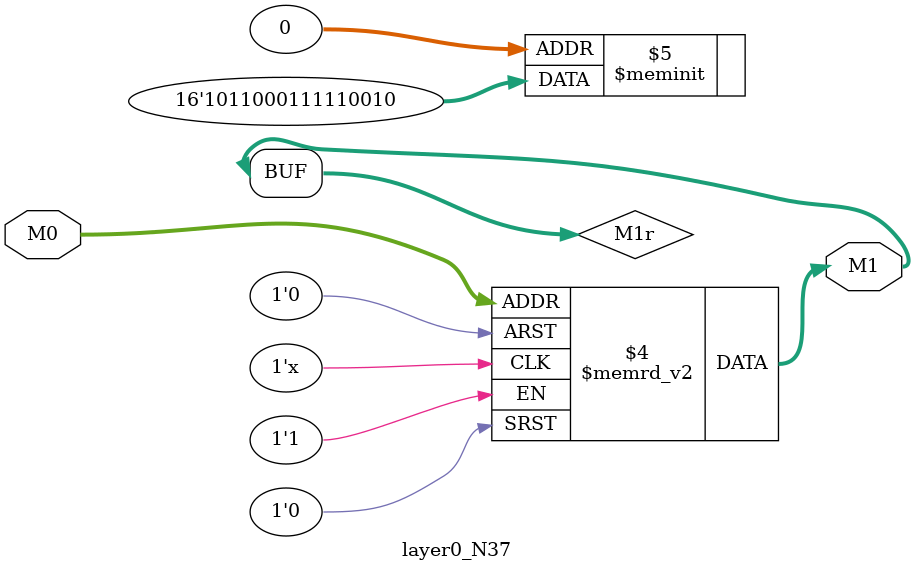
<source format=v>
module layer0_N37 ( input [2:0] M0, output [1:0] M1 );

	(*rom_style = "distributed" *) reg [1:0] M1r;
	assign M1 = M1r;
	always @ (M0) begin
		case (M0)
			3'b000: M1r = 2'b10;
			3'b100: M1r = 2'b01;
			3'b010: M1r = 2'b11;
			3'b110: M1r = 2'b11;
			3'b001: M1r = 2'b00;
			3'b101: M1r = 2'b00;
			3'b011: M1r = 2'b11;
			3'b111: M1r = 2'b10;

		endcase
	end
endmodule

</source>
